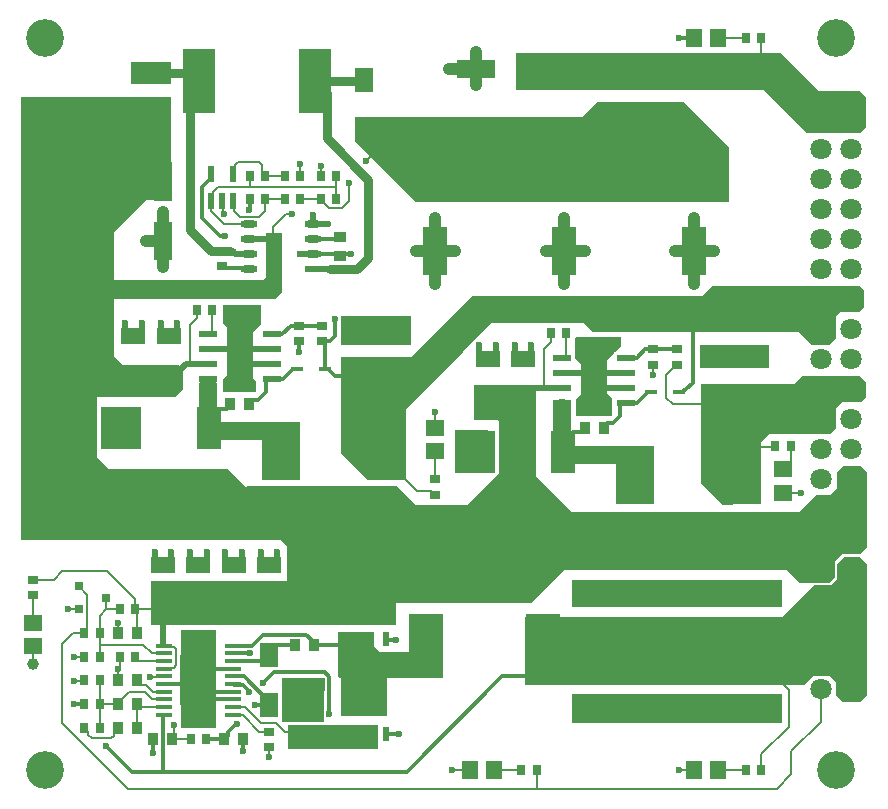
<source format=gtl>
G04*
G04 #@! TF.GenerationSoftware,Altium Limited,Altium Designer,24.6.1 (21)*
G04*
G04 Layer_Physical_Order=1*
G04 Layer_Color=255*
%FSLAX44Y44*%
%MOMM*%
G71*
G04*
G04 #@! TF.SameCoordinates,5FF90CE7-55B5-430E-98FD-04FC0866683B*
G04*
G04*
G04 #@! TF.FilePolarity,Positive*
G04*
G01*
G75*
%ADD11C,0.6000*%
%ADD12C,0.2000*%
%ADD16R,0.8000X0.9500*%
%ADD17R,0.9500X0.8000*%
%ADD18R,1.4500X0.6000*%
%ADD19O,1.4500X0.6000*%
%ADD20R,0.5900X1.3200*%
%ADD21R,0.9000X1.0500*%
%ADD22R,1.4500X0.4500*%
%ADD23R,3.1500X4.3500*%
%ADD24R,1.5000X2.1200*%
%ADD25R,2.7700X1.1000*%
%ADD26R,3.9100X3.8100*%
%ADD27R,0.6100X1.2700*%
%ADD28R,0.6100X0.7100*%
%ADD29R,0.6100X1.0200*%
%ADD30R,1.4000X1.5000*%
%ADD31R,2.7062X0.9542*%
%ADD32R,1.0400X0.4600*%
%ADD33R,3.1750X4.9530*%
%ADD34R,2.0000X3.6000*%
%ADD35R,2.0000X1.4000*%
%ADD36R,1.5500X0.6000*%
%ADD37R,1.5000X1.4000*%
%ADD38R,2.0000X4.1000*%
%ADD39R,4.5000X1.8000*%
%ADD40R,3.2000X1.6000*%
%ADD41R,2.8000X5.4000*%
%ADD42R,1.6000X3.2000*%
G04:AMPARAMS|DCode=43|XSize=1.9mm|YSize=3.37mm|CornerRadius=0.0665mm|HoleSize=0mm|Usage=FLASHONLY|Rotation=270.000|XOffset=0mm|YOffset=0mm|HoleType=Round|Shape=RoundedRectangle|*
%AMROUNDEDRECTD43*
21,1,1.9000,3.2370,0,0,270.0*
21,1,1.7670,3.3700,0,0,270.0*
1,1,0.1330,-1.6185,-0.8835*
1,1,0.1330,-1.6185,0.8835*
1,1,0.1330,1.6185,0.8835*
1,1,0.1330,1.6185,-0.8835*
%
%ADD43ROUNDEDRECTD43*%
%ADD44R,1.0500X0.9000*%
%ADD45R,0.7620X0.7620*%
%ADD46R,2.9000X5.4000*%
%ADD80R,2.3000X2.3000*%
%ADD81C,0.3000*%
%ADD82C,0.5000*%
%ADD83C,1.0000*%
%ADD84C,0.8000*%
%ADD85C,1.5000*%
%ADD86C,1.8000*%
%ADD87C,3.2000*%
%ADD88C,0.6000*%
%ADD89C,1.0000*%
G36*
X695000Y615000D02*
X730000D01*
X735000Y610000D01*
X735000Y585000D01*
X730000Y580000D01*
X685000D01*
X649000Y616000D01*
X439000D01*
Y647000D01*
X663000D01*
X695000Y615000D01*
D02*
G37*
G36*
X619000Y568000D02*
Y521000D01*
X354000D01*
X303000Y572000D01*
Y593000D01*
X495000D01*
X508000Y606000D01*
X581000D01*
X619000Y568000D01*
D02*
G37*
G36*
X734000Y446000D02*
X734000Y432000D01*
X730000Y428000D01*
X713000Y428000D01*
X710000Y425000D01*
Y406000D01*
X704000Y400000D01*
X690000D01*
X679000Y411000D01*
X504000D01*
X496000Y419000D01*
X418000D01*
X394000Y395000D01*
Y394000D01*
X346000Y346000D01*
Y286000D01*
X314000D01*
X291000Y309000D01*
Y390000D01*
X350000D01*
X402000Y442000D01*
X597000D01*
X605000Y450000D01*
X730000D01*
X734000Y446000D01*
D02*
G37*
G36*
X350000Y400000D02*
X291000D01*
Y425000D01*
X350000D01*
Y400000D01*
D02*
G37*
G36*
X653000Y381000D02*
X595000D01*
Y400000D01*
X653000D01*
Y381000D01*
D02*
G37*
G36*
X223000Y418000D02*
X216000Y411000D01*
Y372000D01*
X219000Y369000D01*
Y360000D01*
X191000D01*
Y371000D01*
X194000Y374000D01*
Y415000D01*
X191000Y418000D01*
Y434000D01*
X223000D01*
Y418000D01*
D02*
G37*
G36*
X528000Y399000D02*
X523050Y394050D01*
X522335D01*
Y393335D01*
X516000Y387000D01*
Y359000D01*
X520000Y355000D01*
Y340000D01*
X490000D01*
Y354000D01*
X494000Y358000D01*
Y384000D01*
X489000Y389000D01*
Y406000D01*
X490000Y407000D01*
X528000D01*
Y399000D01*
D02*
G37*
G36*
X735000Y369000D02*
Y356000D01*
X731000Y352000D01*
X715000D01*
X710000Y347000D01*
X710000Y330000D01*
X705000Y325000D01*
X655000Y325000D01*
X653000D01*
X646000Y318000D01*
Y266000D01*
X614000Y265000D01*
X596000Y283000D01*
Y367000D01*
X674000D01*
X681000Y374000D01*
X730000D01*
X735000Y369000D01*
D02*
G37*
G36*
X112000Y312000D02*
X88000D01*
Y348000D01*
X112000D01*
Y312000D01*
D02*
G37*
G36*
X415000Y292000D02*
X387000D01*
Y328000D01*
X415000D01*
Y292000D01*
D02*
G37*
G36*
X147000Y556000D02*
X148000Y555000D01*
Y523000D01*
X126000D01*
X99000Y496000D01*
Y455000D01*
X225000D01*
X227000Y457000D01*
Y495000D01*
X241000D01*
Y445000D01*
X235000Y439000D01*
X99000D01*
Y390000D01*
X106000Y383000D01*
X154000D01*
X157000Y380000D01*
Y363000D01*
X150000Y356000D01*
X84000D01*
Y305000D01*
X94000Y295000D01*
X195000D01*
X210441Y280000D01*
X211441Y281000D01*
X338000D01*
X354000Y265000D01*
X398000D01*
X422790Y289790D01*
X422935D01*
Y289935D01*
X425000Y292000D01*
Y336000D01*
X424000Y337000D01*
X403000D01*
Y366000D01*
X456000D01*
Y289000D01*
X486000Y259000D01*
X679000D01*
X693000Y273000D01*
X705000D01*
X711000Y279000D01*
Y293000D01*
X716000Y298000D01*
X731000D01*
X736000Y293000D01*
Y229000D01*
X730033Y223033D01*
X730000Y223039D01*
X717000D01*
X716803Y223000D01*
X715000D01*
X709000Y217000D01*
Y215197D01*
X708961Y215000D01*
X708961Y203961D01*
X704039Y199039D01*
X691000D01*
X690803Y199000D01*
X679000D01*
X668000Y210000D01*
X480000D01*
X452000Y182000D01*
X347000Y182000D01*
X337000D01*
Y163000D01*
X130000D01*
Y200000D01*
X245000D01*
Y230000D01*
X240000Y235000D01*
X20000D01*
Y610000D01*
X147000D01*
Y556000D01*
D02*
G37*
G36*
X664000Y178000D02*
X486000D01*
Y201000D01*
X664000D01*
Y178000D01*
D02*
G37*
G36*
X375000Y167000D02*
Y118000D01*
X290000D01*
X288000Y120000D01*
Y157000D01*
X319000D01*
Y145000D01*
X324000Y140000D01*
X349000D01*
Y168000D01*
X374586D01*
X375000Y167000D01*
D02*
G37*
G36*
X185000Y129569D02*
X179750D01*
X178384Y129297D01*
X177227Y128523D01*
X167477Y118773D01*
X165272Y116569D01*
X155000D01*
Y159000D01*
X185000D01*
Y129569D01*
D02*
G37*
G36*
X736000Y215000D02*
Y104000D01*
X730000Y98000D01*
X716000D01*
X710000Y104000D01*
Y115000D01*
X705000Y120000D01*
X691000Y120000D01*
X683000Y112000D01*
X447000Y112000D01*
Y170000D01*
X664000D01*
X682000Y188000D01*
X691000Y197000D01*
X706000D01*
X711000Y202000D01*
X711000Y215000D01*
X717000Y221000D01*
X730000D01*
X736000Y215000D01*
D02*
G37*
G36*
X277000Y117953D02*
Y108000D01*
X276000Y107000D01*
Y90000D01*
Y88995D01*
Y87005D01*
Y81000D01*
X241000D01*
Y112000D01*
Y118000D01*
X276953D01*
X277000Y117953D01*
D02*
G37*
G36*
X664000Y80000D02*
X486000D01*
Y104500D01*
X664000D01*
Y80000D01*
D02*
G37*
G36*
X181727Y97477D02*
X182884Y96703D01*
X184250Y96431D01*
X185000D01*
Y76000D01*
X155000D01*
Y109431D01*
X166750D01*
X168116Y109703D01*
X168946Y110258D01*
X181727Y97477D01*
D02*
G37*
G36*
X322000Y58000D02*
X246000D01*
Y78000D01*
X322000D01*
Y58000D01*
D02*
G37*
D11*
X308850Y623500D02*
X310000Y624650D01*
D12*
X657265Y313765D02*
X658500Y315000D01*
X645045Y313765D02*
X657265D01*
X630170Y298890D02*
X645045Y313765D01*
X630170Y290000D02*
Y298890D01*
X671500Y301000D02*
Y315000D01*
X665000Y295000D02*
X665500D01*
X671500Y301000D01*
X665000Y275000D02*
X665000Y275000D01*
X680000D01*
X530000Y630000D02*
X644157D01*
X646500Y632343D01*
Y660000D01*
X118000Y156250D02*
Y174750D01*
X116500Y176250D02*
X140000D01*
X130657Y100000D02*
X140750D01*
X662031Y116099D02*
X670000Y108130D01*
X662031Y116099D02*
Y129229D01*
X79843Y67000D02*
X96000D01*
X86500Y96250D02*
Y116250D01*
Y146250D02*
X123157D01*
X86500D02*
Y156250D01*
X64250D02*
X73500D01*
X86500Y136250D02*
Y146250D01*
X73500Y156250D02*
X76000Y158750D01*
X76500Y70343D02*
X79843Y67000D01*
X76500Y70343D02*
Y73250D01*
X73500Y76250D02*
X76500Y73250D01*
X73250Y116000D02*
X73500Y116250D01*
X73250Y136000D02*
X73500Y136250D01*
X65000Y116000D02*
X73250D01*
X65000Y136000D02*
X73250D01*
X86500Y96250D02*
X102000D01*
X86500Y96250D02*
X86500Y96250D01*
X86500Y76250D02*
Y96250D01*
X86500Y96250D01*
X73250Y96000D02*
X73500Y96250D01*
X208000Y66250D02*
X208000Y66250D01*
X141757Y127007D02*
X149000D01*
X140750Y126000D02*
X141757Y127007D01*
X140500Y119250D02*
X140750Y119500D01*
X199250Y139000D02*
X199250Y139000D01*
X243623Y72120D02*
X260000D01*
X207500Y86500D02*
X221250Y72750D01*
X199750Y86500D02*
X207500D01*
X209257Y93500D02*
X222757Y80000D01*
X199250Y87000D02*
X199750Y86500D01*
X148000Y66250D02*
X163500D01*
X148000D02*
X149000Y67250D01*
Y78000D01*
Y67250D02*
X151000Y69250D01*
X221250Y72750D02*
X230000D01*
X222757Y80000D02*
X235743D01*
X243623Y72120D01*
X149000Y127007D02*
X151000Y129007D01*
X140000Y146250D02*
X140750Y145500D01*
X149000Y144493D02*
X151000Y142493D01*
X140750Y145500D02*
X141757Y144493D01*
X151000Y129007D02*
Y142493D01*
X141757Y144493D02*
X149000D01*
X140000Y146250D02*
Y148000D01*
X140750Y100000D02*
X140750Y100000D01*
X199250Y93500D02*
X209257D01*
X327000Y72870D02*
X329050Y70820D01*
X329230Y71000D01*
X329050Y150820D02*
X329870Y150000D01*
X92250Y176250D02*
X103500D01*
X116500D02*
X118000Y174750D01*
X116500Y176250D02*
Y185500D01*
X91610Y186225D02*
X92250Y185585D01*
Y176250D02*
Y185585D01*
X93000Y209000D02*
X116500Y185500D01*
X102000Y116250D02*
X102000Y116250D01*
X118000Y115500D02*
X121500Y112000D01*
X118000Y115500D02*
Y116250D01*
X102000Y116250D02*
Y126000D01*
X103500Y128582D02*
Y136250D01*
X102000Y127082D02*
X103500Y128582D01*
X121500Y112000D02*
X126000D01*
X102000Y126000D02*
Y127082D01*
X129000Y119000D02*
X129250Y119250D01*
X123157Y146250D02*
X130407Y139000D01*
X119500Y132500D02*
X140750D01*
X116500Y135500D02*
Y136250D01*
Y135500D02*
X119500Y132500D01*
X102000Y156250D02*
Y165000D01*
X102000Y156250D02*
X102000Y156250D01*
X98500Y69500D02*
Y72750D01*
X102000Y97000D02*
X111000Y106000D01*
X102000Y96250D02*
Y97000D01*
X98500Y72750D02*
X102000Y76250D01*
X118000Y96250D02*
X120750Y93500D01*
X96000Y67000D02*
X98500Y69500D01*
X118000Y76250D02*
Y96250D01*
X130407Y139000D02*
X140750D01*
X129250Y119250D02*
X140500D01*
X131500Y106500D02*
X140750D01*
X120750Y93500D02*
X140750D01*
X111000Y106000D02*
X124657D01*
X130657Y100000D01*
X126000Y112000D02*
X131500Y106500D01*
X86500Y170500D02*
X92250Y176250D01*
X68450Y177000D02*
X68750Y176700D01*
X60000Y177000D02*
X68450D01*
X68750Y195750D02*
X76000Y188500D01*
Y158750D02*
Y188500D01*
X86500Y156250D02*
Y170500D01*
X650000Y132500D02*
X658760D01*
X662031Y129229D01*
X203843Y555000D02*
X221657D01*
X224000Y546000D02*
Y552657D01*
X201393Y552550D02*
X203843Y555000D01*
X221657D02*
X224000Y552657D01*
X201393Y546843D02*
Y552550D01*
X610000Y660000D02*
X633500D01*
X256000Y544000D02*
Y553000D01*
X310000Y579250D02*
Y582350D01*
X312000Y556000D02*
X318000Y562000D01*
Y571250D01*
X310000Y579250D02*
X318000Y571250D01*
X199500Y544950D02*
X201393Y546843D01*
X226500Y543500D02*
X243500D01*
X224000Y546000D02*
X226500Y543500D01*
X213500Y533611D02*
X286500D01*
X213500D02*
Y543500D01*
X244000Y511000D02*
X249000D01*
X256000Y544000D02*
X256500Y543500D01*
Y523500D02*
X273500D01*
X180500Y513500D02*
Y522050D01*
X182450Y524000D01*
X180500Y513500D02*
X191450Y502550D01*
X191235Y511765D02*
Y520815D01*
Y511765D02*
X192000Y511000D01*
X190000Y522050D02*
X191235Y520815D01*
X274000Y544000D02*
Y552000D01*
X273500Y543500D02*
X274000Y544000D01*
X286500Y523500D02*
X286500Y523500D01*
X273500Y522750D02*
Y523500D01*
X286500Y533611D02*
Y543500D01*
Y523500D02*
Y533611D01*
X186611D02*
X213500D01*
X182450Y529450D02*
X186611Y533611D01*
X182450Y524000D02*
Y529450D01*
X199500Y522050D02*
X200393Y521157D01*
Y513263D02*
X205107Y508550D01*
X200393Y513263D02*
Y521157D01*
X273500Y522750D02*
X280500Y515750D01*
X291743D01*
X298000Y522007D01*
Y537000D01*
X226500Y523500D02*
X243500D01*
X226500Y513500D02*
Y523500D01*
X221550Y508550D02*
X226500Y513500D01*
X205107Y508550D02*
X221550D01*
X191450Y502550D02*
X212750D01*
X233000Y489850D02*
Y500000D01*
X244000Y511000D01*
X555000Y383415D02*
X555085Y383500D01*
X555000Y375000D02*
Y383415D01*
X566000Y355343D02*
X571574Y349769D01*
X605164D01*
X608935Y353540D01*
X566000Y355343D02*
Y374415D01*
X571335Y380500D02*
X574335Y383500D01*
X571335Y379750D02*
Y380500D01*
X566000Y374415D02*
X571335Y379750D01*
X574335Y383500D02*
X575085D01*
X110406Y24594D02*
X456000D01*
X55000Y80000D02*
Y147000D01*
Y80000D02*
X110406Y24594D01*
X163000Y383650D02*
Y417000D01*
X168585Y422585D01*
Y430000D01*
X463000Y365164D02*
X464514Y363650D01*
X463000Y365164D02*
Y397000D01*
X468585Y402585D01*
Y410000D01*
X55000Y209000D02*
X93000D01*
X47500Y201500D02*
X55000Y209000D01*
X30000Y201500D02*
X47500D01*
X30000Y130000D02*
Y145000D01*
X30000Y145000D02*
X30000Y145000D01*
X659594Y24594D02*
X672000Y37000D01*
Y56000D02*
X697300Y81300D01*
X672000Y37000D02*
Y56000D01*
X697300Y81300D02*
Y108700D01*
X478085Y389050D02*
X479585D01*
X481585Y391050D02*
Y410000D01*
X479585Y389050D02*
X481585Y391050D01*
X370000Y330000D02*
Y343000D01*
Y286500D02*
Y310000D01*
X330170Y301110D02*
Y310000D01*
X367000Y276500D02*
X370000Y273500D01*
X354780Y276500D02*
X367000D01*
X330170Y301110D02*
X354780Y276500D01*
X179585Y409050D02*
X181585Y411050D01*
Y430000D01*
X178085Y409050D02*
X179585D01*
X577000Y40000D02*
X590000D01*
X590000Y40000D01*
X610000D02*
X610000Y40000D01*
X633500D01*
X670000Y77000D02*
Y108130D01*
X646500Y53500D02*
X670000Y77000D01*
X646500Y40000D02*
Y53500D01*
X30000Y188500D02*
X30000Y188500D01*
X30000Y165000D02*
Y188500D01*
X385000Y40000D02*
X400000D01*
X400000Y40000D01*
X420000D02*
X443500D01*
X456000Y24594D02*
X659594D01*
X456000D02*
X456500Y25094D01*
Y40000D01*
X55000Y147000D02*
X64250Y156250D01*
X230000Y51000D02*
Y59750D01*
D16*
X213500Y523500D02*
D03*
X226500D02*
D03*
X243500Y543500D02*
D03*
X256500D02*
D03*
X243500Y523500D02*
D03*
X256500D02*
D03*
X273500Y543500D02*
D03*
X286500D02*
D03*
X286500Y523500D02*
D03*
X273500D02*
D03*
X226500Y543500D02*
D03*
X213500D02*
D03*
X73500Y76250D02*
D03*
X86500D02*
D03*
X86500Y96250D02*
D03*
X73500D02*
D03*
X73500Y116250D02*
D03*
X86500D02*
D03*
X73500Y136250D02*
D03*
X86500D02*
D03*
X73500Y156250D02*
D03*
X86500D02*
D03*
X103500Y136250D02*
D03*
X116500D02*
D03*
X176500Y66250D02*
D03*
X163500D02*
D03*
X633500Y40000D02*
D03*
X646500D02*
D03*
X168585Y430000D02*
D03*
X181585D02*
D03*
X671500Y315000D02*
D03*
X658500D02*
D03*
X481585Y410000D02*
D03*
X468585D02*
D03*
X633500Y660000D02*
D03*
X646500D02*
D03*
X103500Y176250D02*
D03*
X116500D02*
D03*
X456500Y40000D02*
D03*
X443500D02*
D03*
D17*
X190000Y480000D02*
D03*
Y467000D02*
D03*
X230000Y72750D02*
D03*
Y59750D02*
D03*
X275085Y403500D02*
D03*
Y416500D02*
D03*
X255085Y416500D02*
D03*
Y403500D02*
D03*
X370000Y286500D02*
D03*
Y273500D02*
D03*
X575085Y396500D02*
D03*
Y383500D02*
D03*
X555085Y383500D02*
D03*
Y396500D02*
D03*
X30000Y188500D02*
D03*
Y201500D02*
D03*
D18*
X267250Y464450D02*
D03*
D19*
Y477150D02*
D03*
Y489850D02*
D03*
Y502550D02*
D03*
X212750Y464450D02*
D03*
Y477150D02*
D03*
Y489850D02*
D03*
Y502550D02*
D03*
D20*
X180500Y544950D02*
D03*
X199500D02*
D03*
Y522050D02*
D03*
X190000D02*
D03*
X180500D02*
D03*
D21*
X102000Y116250D02*
D03*
X118000D02*
D03*
X118000Y96250D02*
D03*
X102000D02*
D03*
X118000Y76250D02*
D03*
X102000D02*
D03*
X252000Y146250D02*
D03*
X268000D02*
D03*
X192000Y66250D02*
D03*
X208000D02*
D03*
X132000D02*
D03*
X148000D02*
D03*
X102000Y156250D02*
D03*
X118000D02*
D03*
X197085Y350000D02*
D03*
X213085D02*
D03*
X497085Y330000D02*
D03*
X513085D02*
D03*
D22*
X140750Y145500D02*
D03*
Y139000D02*
D03*
Y132500D02*
D03*
Y126000D02*
D03*
Y119500D02*
D03*
Y113000D02*
D03*
Y106500D02*
D03*
Y100000D02*
D03*
Y93500D02*
D03*
Y87000D02*
D03*
X199250D02*
D03*
Y93500D02*
D03*
Y100000D02*
D03*
Y106500D02*
D03*
Y113000D02*
D03*
Y119500D02*
D03*
Y126000D02*
D03*
Y132500D02*
D03*
Y139000D02*
D03*
Y145500D02*
D03*
D23*
X170000Y116250D02*
D03*
D24*
X230000Y137400D02*
D03*
Y95100D02*
D03*
X310000Y582350D02*
D03*
Y624650D02*
D03*
D25*
X260000Y72120D02*
D03*
Y100380D02*
D03*
D26*
X310000Y104550D02*
D03*
Y184550D02*
D03*
D27*
X290950Y70820D02*
D03*
X303650D02*
D03*
X316350D02*
D03*
X329050D02*
D03*
Y150820D02*
D03*
X316350D02*
D03*
X303650D02*
D03*
X290950D02*
D03*
D28*
X316350Y127020D02*
D03*
X303650D02*
D03*
Y207020D02*
D03*
X316350D02*
D03*
D29*
X329050Y125460D02*
D03*
X290950D02*
D03*
Y205460D02*
D03*
X329050D02*
D03*
D30*
X610000Y40000D02*
D03*
X590000D02*
D03*
X610000Y660000D02*
D03*
X590000D02*
D03*
X400000Y40000D02*
D03*
X420000D02*
D03*
D31*
X650000Y132500D02*
D03*
Y100000D02*
D03*
X620000Y132500D02*
D03*
Y100000D02*
D03*
X590000Y132500D02*
D03*
Y100000D02*
D03*
X560000Y132500D02*
D03*
Y100000D02*
D03*
X530000Y132500D02*
D03*
Y100000D02*
D03*
X500000Y132500D02*
D03*
Y100000D02*
D03*
Y150000D02*
D03*
Y182500D02*
D03*
X530000Y150000D02*
D03*
Y182500D02*
D03*
X560000Y150000D02*
D03*
Y182500D02*
D03*
X590000Y150000D02*
D03*
Y182500D02*
D03*
X620000Y150000D02*
D03*
Y182500D02*
D03*
X650000Y150000D02*
D03*
Y182500D02*
D03*
X305085Y406250D02*
D03*
Y373750D02*
D03*
X335085Y406250D02*
D03*
Y373750D02*
D03*
X638935Y386040D02*
D03*
Y353540D02*
D03*
X608935Y386040D02*
D03*
Y353540D02*
D03*
D32*
X276985Y380000D02*
D03*
X253185D02*
D03*
X553185Y360000D02*
D03*
X576985D02*
D03*
D33*
X240000Y310000D02*
D03*
X330170D02*
D03*
X540000Y290000D02*
D03*
X630170D02*
D03*
D34*
X110935Y329790D02*
D03*
X178935D02*
D03*
X410935Y309790D02*
D03*
X478935D02*
D03*
D35*
X115085Y408000D02*
D03*
Y372000D02*
D03*
X145085Y408000D02*
D03*
Y372000D02*
D03*
X445085Y388000D02*
D03*
Y352000D02*
D03*
X415085Y388000D02*
D03*
Y352000D02*
D03*
X230000Y178250D02*
D03*
Y214250D02*
D03*
X200000Y178250D02*
D03*
Y214250D02*
D03*
X170000Y178250D02*
D03*
Y214250D02*
D03*
X140000Y178250D02*
D03*
Y214250D02*
D03*
D36*
X232085Y370950D02*
D03*
Y383650D02*
D03*
Y396350D02*
D03*
Y409050D02*
D03*
X178085D02*
D03*
Y396350D02*
D03*
Y383650D02*
D03*
Y370950D02*
D03*
X478085Y350950D02*
D03*
Y363650D02*
D03*
Y376350D02*
D03*
Y389050D02*
D03*
X532085D02*
D03*
Y376350D02*
D03*
Y363650D02*
D03*
Y350950D02*
D03*
D37*
X370000Y310000D02*
D03*
Y330000D02*
D03*
X665000Y295000D02*
D03*
Y275000D02*
D03*
X30000Y165000D02*
D03*
Y145000D02*
D03*
D38*
X590000Y480000D02*
D03*
Y567000D02*
D03*
X480000Y480000D02*
D03*
Y567000D02*
D03*
X370000Y480000D02*
D03*
Y567000D02*
D03*
D39*
X530000Y597000D02*
D03*
Y630000D02*
D03*
D40*
X455000Y633500D02*
D03*
X405000D02*
D03*
D41*
X171000Y623500D02*
D03*
X269000D02*
D03*
D42*
X140000Y538500D02*
D03*
Y488500D02*
D03*
D43*
X130000Y576900D02*
D03*
Y630100D02*
D03*
D44*
X290000Y475500D02*
D03*
Y491500D02*
D03*
D45*
X68750Y176700D02*
D03*
Y195750D02*
D03*
X91610Y186225D02*
D03*
D46*
X363040Y144980D02*
D03*
X462040D02*
D03*
D80*
X205085Y390000D02*
D03*
X505085Y370000D02*
D03*
D81*
X588559Y419785D02*
X592073Y423300D01*
X687500D01*
X697300Y413500D01*
X579885Y360000D02*
X582885Y363000D01*
X576985Y360000D02*
X579885D01*
X582885Y363000D02*
X583244D01*
X588559Y368315D01*
Y419785D01*
X276985Y403500D02*
Y404650D01*
Y401600D02*
Y403500D01*
X281335D01*
X275085D02*
X276985D01*
X65000Y96000D02*
X73250D01*
X184250Y100000D02*
X199250D01*
X179750Y126000D02*
X199250D01*
X179750Y106500D02*
X199250D01*
X265000Y149250D02*
Y151485D01*
X236000Y146250D02*
X252000D01*
X224550Y155000D02*
X261485D01*
X265000Y149250D02*
X268000Y146250D01*
X215050Y145500D02*
X224550Y155000D01*
X261485D02*
X265000Y151485D01*
X199250Y119500D02*
X208700D01*
X230000Y98200D01*
Y95100D02*
Y98200D01*
X199250Y113000D02*
X200000Y112250D01*
X212426Y106574D02*
X213000Y106000D01*
X218000Y95000D02*
X229900D01*
X230000Y95100D01*
X140750Y113000D02*
X166750D01*
X199250Y132500D02*
X225100D01*
X199250Y145500D02*
X215050D01*
X199250Y139000D02*
X214000D01*
X195000Y69250D02*
Y72485D01*
X192000Y66250D02*
X195000Y69250D01*
X200941Y78426D02*
X202426D01*
X195000Y72485D02*
X200941Y78426D01*
X202426D02*
X203000Y79000D01*
X176500Y66250D02*
X192000D01*
X225100Y132500D02*
X230000Y137400D01*
Y140250D01*
X225000Y114000D02*
X234000Y123000D01*
X230000Y140250D02*
X236000Y146250D01*
X230000Y92000D02*
Y95100D01*
X140000Y86250D02*
X140750Y87000D01*
X212426Y106574D02*
Y107774D01*
X200000Y112250D02*
X207950D01*
X212426Y107774D01*
X170000Y116250D02*
X179750Y106500D01*
X170000Y114250D02*
Y116250D01*
Y114250D02*
X184250Y100000D01*
X170000Y116250D02*
X179750Y126000D01*
X166750Y113000D02*
X170000Y116250D01*
X329230Y71000D02*
X340000D01*
X289400Y146250D02*
X290950Y147800D01*
X268000Y146250D02*
X289400D01*
X329870Y150000D02*
X337000D01*
X290950Y147800D02*
Y150820D01*
X427480Y119480D02*
X449040D01*
X234000Y123000D02*
X277000D01*
X462040Y132480D02*
Y144980D01*
X449040Y119480D02*
X462040Y132480D01*
X277000Y123000D02*
X281000Y119000D01*
Y88000D02*
Y119000D01*
X577000Y660000D02*
X590000D01*
X180500Y541300D02*
Y544950D01*
X173000Y533800D02*
X180500Y541300D01*
X173000Y507879D02*
Y533800D01*
X213375Y523375D02*
X213500Y523500D01*
X213375Y514675D02*
Y523375D01*
X213250Y514550D02*
X213375Y514675D01*
X206674Y465465D02*
X207688Y464450D01*
X191535Y465465D02*
X206674D01*
X190000Y467000D02*
X191535Y465465D01*
X173000Y507879D02*
X188500Y492379D01*
X192621D02*
X193000Y492000D01*
X188500Y492379D02*
X192621D01*
X267250Y477150D02*
X288350D01*
X267250Y489850D02*
X288350D01*
X207688Y464450D02*
X212750D01*
X291500Y477000D02*
X299000D01*
X288350Y477150D02*
X290000Y475500D01*
X291500Y477000D01*
X288350Y489850D02*
X290000Y491500D01*
X281335Y403500D02*
X286000Y408165D01*
Y422000D01*
X487435Y326250D02*
X494085D01*
X187435Y346250D02*
X194085D01*
X178935Y337750D02*
X187435Y346250D01*
X178935Y329790D02*
Y337750D01*
X197085Y349250D02*
Y350000D01*
X194085Y346250D02*
X197085Y349250D01*
X496085Y331000D02*
X497085Y330000D01*
X528500Y350950D02*
X532085D01*
X527000Y349450D02*
X528500Y350950D01*
X527000Y340000D02*
Y349450D01*
X520750Y333750D02*
X527000Y340000D01*
X516085Y333750D02*
X520750D01*
X513085Y330750D02*
X516085Y333750D01*
X513085Y330000D02*
Y330750D01*
X532085Y350950D02*
X541335D01*
X550285Y360000D02*
X553185D01*
X549485Y359200D02*
X550285Y360000D01*
X549485Y359100D02*
Y359200D01*
X541335Y350950D02*
X549485Y359100D01*
X554385Y396500D02*
X575085D01*
X541050Y389050D02*
X548500Y396500D01*
X555085D01*
X532085Y389050D02*
X541050D01*
X255000Y403415D02*
X255085Y403500D01*
X255000Y394000D02*
Y403415D01*
X232085Y409050D02*
X241050D01*
X248500Y416500D02*
X255085D01*
X241050Y409050D02*
X248500Y416500D01*
X254385Y416500D02*
X275085D01*
X276985Y380000D02*
Y401600D01*
X275085Y403500D02*
X276985Y401600D01*
X286135Y373750D02*
X305085D01*
X279885Y380000D02*
X286135Y373750D01*
X276985Y380000D02*
X279885D01*
X241335Y370950D02*
X249485Y379100D01*
Y379200D01*
X250285Y380000D01*
X253185D01*
X232085Y370950D02*
X241335D01*
X213085Y350000D02*
Y350750D01*
X216085Y353750D01*
X220750D01*
X227000Y360000D01*
Y369450D01*
X228500Y370950D01*
X232085D01*
X140000Y39000D02*
Y86250D01*
Y39000D02*
X347000D01*
X114000D02*
X140000D01*
X92000Y61000D02*
X114000Y39000D01*
X347000D02*
X427480Y119480D01*
X132000Y55000D02*
Y66250D01*
X208000Y56000D02*
Y66250D01*
D82*
X232500Y214250D02*
X237000Y218750D01*
X230000Y214250D02*
X232500D01*
X227500D02*
X230000D01*
X223000Y218750D02*
X227500Y214250D01*
X202500D02*
X207000Y218750D01*
X200000Y214250D02*
X202500D01*
X193000Y218750D02*
X197500Y214250D01*
X200000D01*
X170000D02*
X172500D01*
X177000Y218750D01*
X167500Y214250D02*
X170000D01*
X163000Y218750D02*
X167500Y214250D01*
X142500D02*
X147000Y218750D01*
X140000Y214250D02*
X142500D01*
X137500D02*
X140000D01*
X133000Y218750D02*
X137500Y214250D01*
X140000Y148000D02*
Y176250D01*
X492271Y182500D02*
X500000D01*
X490000Y184771D02*
X492271Y182500D01*
X510000Y184771D02*
X511000D01*
X267000Y510000D02*
X267125Y509875D01*
Y502675D02*
Y509875D01*
X267175Y477075D02*
X267250Y477150D01*
X267125Y502675D02*
X267250Y502550D01*
X279279D02*
X279729Y503000D01*
X201429Y477150D02*
X212750D01*
X199246Y479333D02*
X201429Y477150D01*
X197000Y479333D02*
X199246D01*
X267250Y464450D02*
X281550D01*
X267250Y502550D02*
X279279D01*
X212750Y489850D02*
X233000D01*
X256000Y477000D02*
X256075Y477075D01*
X267175D01*
X279729Y503000D02*
X280000D01*
X438000Y392500D02*
Y400000D01*
X452000Y392500D02*
Y400000D01*
X422000Y392500D02*
Y400000D01*
X415085Y388000D02*
X417500D01*
X422000Y392500D01*
X408000D02*
Y400000D01*
Y392500D02*
X412500Y388000D01*
X415085D01*
X600000Y388311D02*
X602271Y386040D01*
X608935D01*
X615729D01*
X618000Y388311D01*
X608935Y386040D02*
X608966Y386071D01*
X152085Y412500D02*
Y418750D01*
X138085Y412500D02*
Y418750D01*
X122085Y412500D02*
Y418750D01*
X108085Y412500D02*
Y418750D01*
X159735Y383650D02*
X163000D01*
X178085D01*
X464514Y363650D02*
X478085D01*
X450943D02*
X464514D01*
X446443Y352000D02*
X450943Y356500D01*
X445085Y352000D02*
X446443D01*
X450943Y356500D02*
Y363650D01*
X148085Y372000D02*
X159735Y383650D01*
X145085Y372000D02*
X148085D01*
X498735Y376350D02*
X505085Y370000D01*
X478085Y376350D02*
X498735D01*
X511435D02*
X532085D01*
X505085Y370000D02*
X511435Y376350D01*
Y363650D02*
X532085D01*
X505085Y370000D02*
X511435Y363650D01*
X478335Y331000D02*
X479335Y330000D01*
X178335Y351000D02*
X179335Y350000D01*
X205085Y390000D02*
X211435Y383650D01*
X232085D01*
X205085Y390000D02*
X211435Y396350D01*
X232085D01*
X178085D02*
X198735D01*
X205085Y390000D01*
X237000Y218750D02*
Y225000D01*
X223000Y218750D02*
Y225000D01*
X207000Y218750D02*
Y225000D01*
X193000Y218750D02*
Y225000D01*
X177000Y218750D02*
Y225000D01*
X163000Y218750D02*
Y225000D01*
X133000Y218750D02*
Y225000D01*
X147000Y218750D02*
Y225000D01*
D83*
X382500Y633500D02*
X405000D01*
X164400Y630100D02*
X171000Y623500D01*
X405000Y620000D02*
Y633500D01*
Y648000D01*
X574000Y480000D02*
X590000D01*
X574000Y480000D02*
X574000Y480000D01*
X590000Y452000D02*
Y480000D01*
Y508000D01*
Y480000D02*
X607000D01*
X607000Y480000D01*
X370000Y452000D02*
Y480000D01*
X480000Y452000D02*
Y480000D01*
X497000D01*
X497000Y480000D01*
X125500Y488500D02*
X140000D01*
Y466000D02*
Y488500D01*
Y513000D01*
X464000Y480000D02*
X480000D01*
X464000Y480000D02*
X464000Y480000D01*
X480000D02*
Y508000D01*
X370000Y480000D02*
X387000D01*
X387000Y480000D01*
X370000Y480000D02*
Y508000D01*
X354000Y480000D02*
X370000D01*
X354000Y480000D02*
X354000Y480000D01*
D84*
X130000Y630100D02*
X164400D01*
X279000Y575000D02*
Y613500D01*
X163000Y497373D02*
Y615500D01*
X171000Y623500D01*
X269000D02*
X279000Y613500D01*
X269000Y623500D02*
X308850D01*
X279000Y575000D02*
X314000Y540000D01*
X163000Y497373D02*
X180373Y480000D01*
X190750D01*
X190000D02*
X197000D01*
X281550Y464450D02*
X304450D01*
X314000Y474000D01*
Y540000D01*
D85*
X231625Y327265D02*
X240000Y318890D01*
X178935Y329765D02*
X181435Y327265D01*
X178935Y329765D02*
Y329790D01*
X181435Y327265D02*
X231625D01*
X240000Y310000D02*
Y318890D01*
X178335Y330390D02*
X178935Y329790D01*
X178335Y330390D02*
Y351000D01*
X540000Y290000D02*
Y298890D01*
X478935Y309765D02*
Y309790D01*
Y309765D02*
X481435Y307265D01*
X531625D01*
X540000Y298890D01*
X478335Y310390D02*
X478935Y309790D01*
X478335Y310390D02*
Y331000D01*
Y346450D01*
X178335Y351000D02*
Y366450D01*
D86*
X697300Y591300D02*
D03*
X722700D02*
D03*
X697300Y565900D02*
D03*
X722700D02*
D03*
X697300Y540500D02*
D03*
X722700D02*
D03*
X697300Y515100D02*
D03*
X722700D02*
D03*
X697300Y489700D02*
D03*
X722700D02*
D03*
X697300Y464300D02*
D03*
X722700D02*
D03*
X697300Y438900D02*
D03*
X722700D02*
D03*
X697300Y413500D02*
D03*
X722700D02*
D03*
X697300Y388100D02*
D03*
X722700D02*
D03*
X697300Y362700D02*
D03*
X722700D02*
D03*
X697300Y337300D02*
D03*
X722700D02*
D03*
X697300Y311900D02*
D03*
X722700D02*
D03*
X697300Y286500D02*
D03*
X722700D02*
D03*
X697300Y261100D02*
D03*
X722700D02*
D03*
X697300Y235700D02*
D03*
X722700D02*
D03*
X697300Y210300D02*
D03*
X722700D02*
D03*
X697300Y184900D02*
D03*
X722700D02*
D03*
X697300Y159500D02*
D03*
X722700D02*
D03*
X697300Y134100D02*
D03*
X722700D02*
D03*
X697300Y108700D02*
D03*
X722700D02*
D03*
D87*
X710000Y660000D02*
D03*
Y40000D02*
D03*
X40000D02*
D03*
Y660000D02*
D03*
D88*
X680000Y275000D02*
D03*
X660000Y90000D02*
D03*
X640000D02*
D03*
X500000D02*
D03*
X510000D02*
D03*
X520000D02*
D03*
X530000D02*
D03*
X540000D02*
D03*
X550000D02*
D03*
X560000D02*
D03*
X570000D02*
D03*
X580000D02*
D03*
X590000D02*
D03*
X600000D02*
D03*
X610000D02*
D03*
X620000D02*
D03*
X630000D02*
D03*
X650000D02*
D03*
X610000Y192500D02*
D03*
X620000D02*
D03*
X630000D02*
D03*
X640000D02*
D03*
X650000D02*
D03*
X660000D02*
D03*
X490000D02*
D03*
X490000Y90000D02*
D03*
X500000Y192500D02*
D03*
X510000D02*
D03*
X520000D02*
D03*
X530000D02*
D03*
X540000D02*
D03*
X550000D02*
D03*
X560000D02*
D03*
X570000D02*
D03*
X580000D02*
D03*
X590000D02*
D03*
X600000D02*
D03*
X203000Y79000D02*
D03*
X213000Y106000D02*
D03*
X218000Y95000D02*
D03*
X225000Y114000D02*
D03*
X160000Y90000D02*
D03*
X170000D02*
D03*
X180000D02*
D03*
Y80000D02*
D03*
X170000D02*
D03*
X160000D02*
D03*
X149000Y78000D02*
D03*
X60000Y177000D02*
D03*
X102000Y165000D02*
D03*
X65000Y136000D02*
D03*
X340000Y71000D02*
D03*
X281000Y88000D02*
D03*
X214000Y139000D02*
D03*
X102000Y126000D02*
D03*
X65000Y116000D02*
D03*
Y96000D02*
D03*
X246000Y113000D02*
D03*
X255000D02*
D03*
X264000D02*
D03*
X273000D02*
D03*
X246000Y89000D02*
D03*
X255000D02*
D03*
X264000D02*
D03*
X273000D02*
D03*
X129000Y119000D02*
D03*
X92000Y61000D02*
D03*
X337000Y150000D02*
D03*
X170000Y155000D02*
D03*
X180000D02*
D03*
X160000D02*
D03*
Y145000D02*
D03*
X170000D02*
D03*
X180000D02*
D03*
X577000Y660000D02*
D03*
X299000Y477000D02*
D03*
X256000D02*
D03*
X267000Y510000D02*
D03*
X312000Y556000D02*
D03*
X256000Y553000D02*
D03*
X192000Y511000D02*
D03*
X274000Y552000D02*
D03*
X280000Y503000D02*
D03*
X249000Y511000D02*
D03*
X193000Y492000D02*
D03*
X298000Y537000D02*
D03*
X213250Y514550D02*
D03*
X393000Y299000D02*
D03*
Y308000D02*
D03*
Y316000D02*
D03*
Y323000D02*
D03*
X555000Y375000D02*
D03*
X95000Y345000D02*
D03*
Y335000D02*
D03*
Y325000D02*
D03*
Y315000D02*
D03*
X438000Y400000D02*
D03*
X452000D02*
D03*
X422000D02*
D03*
X408000D02*
D03*
X345000Y420000D02*
D03*
X335000D02*
D03*
X325000D02*
D03*
X315000D02*
D03*
X305000D02*
D03*
X295000D02*
D03*
X200000Y375000D02*
D03*
X210000D02*
D03*
X205000Y365000D02*
D03*
X195000D02*
D03*
X215000D02*
D03*
X205000Y410000D02*
D03*
X200000Y420000D02*
D03*
X210000D02*
D03*
X215000Y430000D02*
D03*
X205000D02*
D03*
X195000D02*
D03*
X515000Y345000D02*
D03*
X495000D02*
D03*
X505000D02*
D03*
X510000Y355000D02*
D03*
X500000D02*
D03*
Y390000D02*
D03*
X510000D02*
D03*
X515000Y400000D02*
D03*
X505000D02*
D03*
X495000D02*
D03*
X638935Y395935D02*
D03*
X647969Y395969D02*
D03*
X629969D02*
D03*
X600000Y396000D02*
D03*
X618000D02*
D03*
X608966Y395966D02*
D03*
X152085Y418750D02*
D03*
X138085D02*
D03*
X122085D02*
D03*
X108085D02*
D03*
X286000Y422000D02*
D03*
X370000Y343000D02*
D03*
X255000Y394000D02*
D03*
X577000Y40000D02*
D03*
X237000Y225000D02*
D03*
X223000D02*
D03*
X207000D02*
D03*
X193000D02*
D03*
X177000D02*
D03*
X163000D02*
D03*
X133000D02*
D03*
X147000D02*
D03*
X385000Y40000D02*
D03*
X132000Y55000D02*
D03*
X208000Y56000D02*
D03*
X230000Y51000D02*
D03*
D89*
X405000Y620000D02*
D03*
Y648000D02*
D03*
X382500Y633500D02*
D03*
X607000Y480000D02*
D03*
X590000Y508000D02*
D03*
Y452000D02*
D03*
X125500Y488500D02*
D03*
X140000Y466000D02*
D03*
Y513000D02*
D03*
X387000Y480000D02*
D03*
X370000Y508000D02*
D03*
Y452000D02*
D03*
X354000Y480000D02*
D03*
X464000D02*
D03*
X480000Y452000D02*
D03*
Y508000D02*
D03*
X497000Y480000D02*
D03*
X574000D02*
D03*
X30000Y130000D02*
D03*
M02*

</source>
